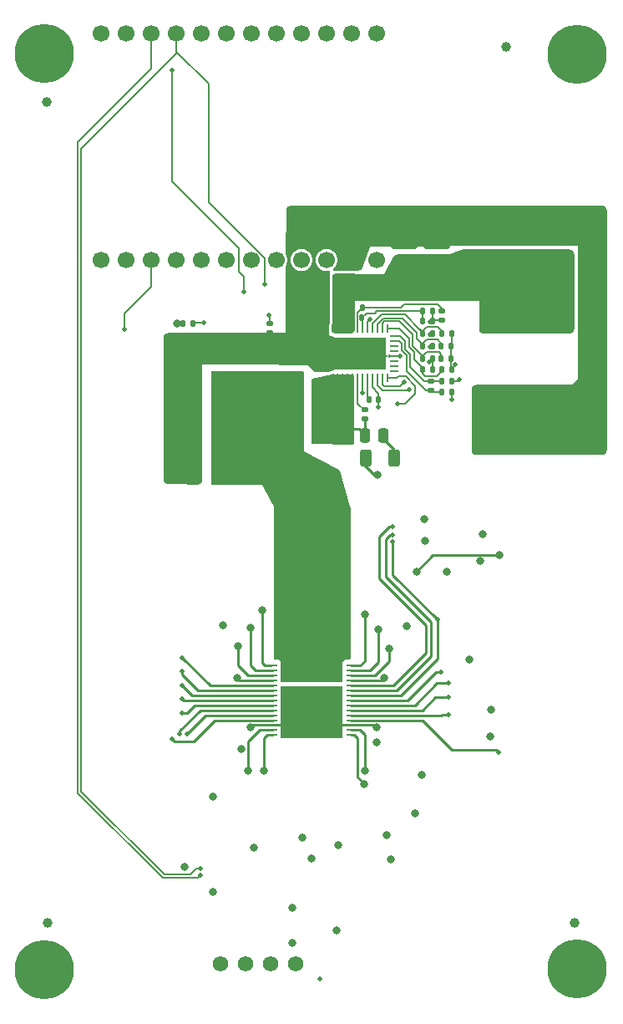
<source format=gbl>
G04 #@! TF.GenerationSoftware,KiCad,Pcbnew,8.0.4*
G04 #@! TF.CreationDate,2025-01-19T11:33:19+01:00*
G04 #@! TF.ProjectId,nerdaxe-gamma,6e657264-6178-4652-9d67-616d6d612e6b,rev?*
G04 #@! TF.SameCoordinates,Original*
G04 #@! TF.FileFunction,Copper,L4,Bot*
G04 #@! TF.FilePolarity,Positive*
%FSLAX46Y46*%
G04 Gerber Fmt 4.6, Leading zero omitted, Abs format (unit mm)*
G04 Created by KiCad (PCBNEW 8.0.4) date 2025-01-19 11:33:19*
%MOMM*%
%LPD*%
G01*
G04 APERTURE LIST*
G04 Aperture macros list*
%AMRoundRect*
0 Rectangle with rounded corners*
0 $1 Rounding radius*
0 $2 $3 $4 $5 $6 $7 $8 $9 X,Y pos of 4 corners*
0 Add a 4 corners polygon primitive as box body*
4,1,4,$2,$3,$4,$5,$6,$7,$8,$9,$2,$3,0*
0 Add four circle primitives for the rounded corners*
1,1,$1+$1,$2,$3*
1,1,$1+$1,$4,$5*
1,1,$1+$1,$6,$7*
1,1,$1+$1,$8,$9*
0 Add four rect primitives between the rounded corners*
20,1,$1+$1,$2,$3,$4,$5,0*
20,1,$1+$1,$4,$5,$6,$7,0*
20,1,$1+$1,$6,$7,$8,$9,0*
20,1,$1+$1,$8,$9,$2,$3,0*%
G04 Aperture macros list end*
G04 #@! TA.AperFunction,EtchedComponent*
%ADD10C,0.000100*%
G04 #@! TD*
G04 #@! TA.AperFunction,ComponentPad*
%ADD11C,0.800000*%
G04 #@! TD*
G04 #@! TA.AperFunction,ComponentPad*
%ADD12C,6.000000*%
G04 #@! TD*
G04 #@! TA.AperFunction,SMDPad,CuDef*
%ADD13RoundRect,0.250000X0.325000X0.650000X-0.325000X0.650000X-0.325000X-0.650000X0.325000X-0.650000X0*%
G04 #@! TD*
G04 #@! TA.AperFunction,SMDPad,CuDef*
%ADD14RoundRect,0.250000X0.475000X-0.250000X0.475000X0.250000X-0.475000X0.250000X-0.475000X-0.250000X0*%
G04 #@! TD*
G04 #@! TA.AperFunction,ComponentPad*
%ADD15C,1.574800*%
G04 #@! TD*
G04 #@! TA.AperFunction,SMDPad,CuDef*
%ADD16RoundRect,0.140000X0.140000X0.170000X-0.140000X0.170000X-0.140000X-0.170000X0.140000X-0.170000X0*%
G04 #@! TD*
G04 #@! TA.AperFunction,SMDPad,CuDef*
%ADD17R,0.250000X0.250000*%
G04 #@! TD*
G04 #@! TA.AperFunction,ComponentPad*
%ADD18C,1.700000*%
G04 #@! TD*
G04 #@! TA.AperFunction,SMDPad,CuDef*
%ADD19RoundRect,0.250000X-0.312500X-0.625000X0.312500X-0.625000X0.312500X0.625000X-0.312500X0.625000X0*%
G04 #@! TD*
G04 #@! TA.AperFunction,SMDPad,CuDef*
%ADD20RoundRect,0.140000X-0.170000X0.140000X-0.170000X-0.140000X0.170000X-0.140000X0.170000X0.140000X0*%
G04 #@! TD*
G04 #@! TA.AperFunction,SMDPad,CuDef*
%ADD21RoundRect,0.135000X0.135000X0.185000X-0.135000X0.185000X-0.135000X-0.185000X0.135000X-0.185000X0*%
G04 #@! TD*
G04 #@! TA.AperFunction,SMDPad,CuDef*
%ADD22RoundRect,0.135000X-0.135000X-0.185000X0.135000X-0.185000X0.135000X0.185000X-0.135000X0.185000X0*%
G04 #@! TD*
G04 #@! TA.AperFunction,SMDPad,CuDef*
%ADD23RoundRect,0.250000X0.650000X-1.000000X0.650000X1.000000X-0.650000X1.000000X-0.650000X-1.000000X0*%
G04 #@! TD*
G04 #@! TA.AperFunction,SMDPad,CuDef*
%ADD24C,1.000000*%
G04 #@! TD*
G04 #@! TA.AperFunction,SMDPad,CuDef*
%ADD25RoundRect,0.250000X1.100000X-0.325000X1.100000X0.325000X-1.100000X0.325000X-1.100000X-0.325000X0*%
G04 #@! TD*
G04 #@! TA.AperFunction,SMDPad,CuDef*
%ADD26RoundRect,0.140000X-0.140000X-0.170000X0.140000X-0.170000X0.140000X0.170000X-0.140000X0.170000X0*%
G04 #@! TD*
G04 #@! TA.AperFunction,SMDPad,CuDef*
%ADD27RoundRect,0.055250X0.340750X0.055250X-0.340750X0.055250X-0.340750X-0.055250X0.340750X-0.055250X0*%
G04 #@! TD*
G04 #@! TA.AperFunction,SMDPad,CuDef*
%ADD28R,6.330000X2.000000*%
G04 #@! TD*
G04 #@! TA.AperFunction,SMDPad,CuDef*
%ADD29R,6.330000X5.300000*%
G04 #@! TD*
G04 #@! TA.AperFunction,SMDPad,CuDef*
%ADD30RoundRect,0.140000X0.170000X-0.140000X0.170000X0.140000X-0.170000X0.140000X-0.170000X-0.140000X0*%
G04 #@! TD*
G04 #@! TA.AperFunction,SMDPad,CuDef*
%ADD31RoundRect,0.220000X-0.880000X0.880000X-0.880000X-0.880000X0.880000X-0.880000X0.880000X0.880000X0*%
G04 #@! TD*
G04 #@! TA.AperFunction,SMDPad,CuDef*
%ADD32R,4.000000X2.600000*%
G04 #@! TD*
G04 #@! TA.AperFunction,SMDPad,CuDef*
%ADD33RoundRect,0.062500X0.062500X-0.337500X0.062500X0.337500X-0.062500X0.337500X-0.062500X-0.337500X0*%
G04 #@! TD*
G04 #@! TA.AperFunction,SMDPad,CuDef*
%ADD34RoundRect,0.062500X0.337500X-0.062500X0.337500X0.062500X-0.337500X0.062500X-0.337500X-0.062500X0*%
G04 #@! TD*
G04 #@! TA.AperFunction,ComponentPad*
%ADD35C,0.400000*%
G04 #@! TD*
G04 #@! TA.AperFunction,SMDPad,CuDef*
%ADD36R,5.300000X3.300000*%
G04 #@! TD*
G04 #@! TA.AperFunction,SMDPad,CuDef*
%ADD37RoundRect,0.250000X0.250000X0.475000X-0.250000X0.475000X-0.250000X-0.475000X0.250000X-0.475000X0*%
G04 #@! TD*
G04 #@! TA.AperFunction,ViaPad*
%ADD38C,0.800000*%
G04 #@! TD*
G04 #@! TA.AperFunction,ViaPad*
%ADD39C,1.000000*%
G04 #@! TD*
G04 #@! TA.AperFunction,ViaPad*
%ADD40C,0.500000*%
G04 #@! TD*
G04 #@! TA.AperFunction,Conductor*
%ADD41C,0.254000*%
G04 #@! TD*
G04 #@! TA.AperFunction,Conductor*
%ADD42C,0.200000*%
G04 #@! TD*
G04 #@! TA.AperFunction,Conductor*
%ADD43C,1.500000*%
G04 #@! TD*
G04 APERTURE END LIST*
D10*
X113345500Y-81792000D02*
X113415500Y-81792000D01*
X113415500Y-81542000D01*
X113345500Y-81542000D01*
X113345500Y-81792000D01*
G04 #@! TA.AperFunction,EtchedComponent*
G36*
X113345500Y-81792000D02*
G01*
X113415500Y-81792000D01*
X113415500Y-81542000D01*
X113345500Y-81542000D01*
X113345500Y-81792000D01*
G37*
G04 #@! TD.AperFunction*
D11*
X130250000Y-51120990D03*
X130909010Y-49530000D03*
X130909010Y-52711980D03*
X132500000Y-48870990D03*
D12*
X132500000Y-51120990D03*
D11*
X132500000Y-53370990D03*
X134090990Y-49530000D03*
X134090990Y-52711980D03*
X134750000Y-51120990D03*
X130250000Y-143728000D03*
X130909010Y-142137010D03*
X130909010Y-145318990D03*
X132500000Y-141478000D03*
D12*
X132500000Y-143728000D03*
D11*
X132500000Y-145978000D03*
X134090990Y-142137010D03*
X134090990Y-145318990D03*
X134750000Y-143728000D03*
X76250000Y-143855000D03*
X76909010Y-142264010D03*
X76909010Y-145445990D03*
X78500000Y-141605000D03*
D12*
X78500000Y-143855000D03*
D11*
X78500000Y-146105000D03*
X80090990Y-142264010D03*
X80090990Y-145445990D03*
X80750000Y-143855000D03*
X76250000Y-51054000D03*
X76909010Y-49463010D03*
X76909010Y-52644990D03*
X78500000Y-48804000D03*
D12*
X78500000Y-51054000D03*
D11*
X78500000Y-53304000D03*
X80090990Y-49463010D03*
X80090990Y-52644990D03*
X80750000Y-51054000D03*
D13*
X96635000Y-84328000D03*
X93685000Y-84328000D03*
D14*
X103710000Y-83687000D03*
X103710000Y-81787000D03*
D15*
X96382400Y-143240851D03*
X98922400Y-143240851D03*
X101462400Y-143240851D03*
X104002400Y-143240851D03*
D16*
X107980000Y-76708000D03*
X107020000Y-76708000D03*
D17*
X113535000Y-81667000D03*
X113225000Y-81667000D03*
D18*
X84250000Y-71942000D03*
X86790000Y-71942000D03*
X89330000Y-71942000D03*
X91870000Y-71942000D03*
X94410000Y-71942000D03*
X96950000Y-71942000D03*
X99490000Y-71942000D03*
X102030000Y-71942000D03*
X104570000Y-71942000D03*
X107110000Y-71942000D03*
X109650000Y-71942000D03*
X112190000Y-71942000D03*
X112190000Y-49022000D03*
X109650000Y-49022000D03*
X107110000Y-49022000D03*
X104570000Y-49022000D03*
X102030000Y-49022000D03*
X99490000Y-49022000D03*
X96950000Y-49022000D03*
X94410000Y-49022000D03*
X91870000Y-49022000D03*
X89330000Y-49022000D03*
X86790000Y-49022000D03*
X84250000Y-49022000D03*
D19*
X111057500Y-92037000D03*
X113982500Y-92037000D03*
D20*
X117718000Y-84229000D03*
X117718000Y-85189000D03*
D14*
X99490000Y-83707000D03*
X99490000Y-81807000D03*
D21*
X119763000Y-83058000D03*
X118743000Y-83058000D03*
D22*
X116846000Y-77089000D03*
X117866000Y-77089000D03*
X109680000Y-76757000D03*
X110700000Y-76757000D03*
D13*
X96598000Y-89916000D03*
X93648000Y-89916000D03*
D23*
X121920000Y-72580000D03*
X121920000Y-68580000D03*
D24*
X132260000Y-139060000D03*
D14*
X101590000Y-83687000D03*
X101590000Y-81787000D03*
D20*
X101320000Y-78387000D03*
X101320000Y-79347000D03*
D21*
X119771000Y-79375000D03*
X118751000Y-79375000D03*
D25*
X114935000Y-73198000D03*
X114935000Y-70248000D03*
D16*
X107980000Y-77827000D03*
X107020000Y-77827000D03*
D22*
X116828000Y-81915000D03*
X117848000Y-81915000D03*
D20*
X110970000Y-87107000D03*
X110970000Y-88067000D03*
D26*
X116868000Y-78105000D03*
X117828000Y-78105000D03*
D21*
X117858000Y-83058000D03*
X116838000Y-83058000D03*
D22*
X116838000Y-79375000D03*
X117858000Y-79375000D03*
D27*
X109526562Y-113032000D03*
X109526562Y-113534000D03*
X109526562Y-114036000D03*
X109526562Y-114538000D03*
X109526562Y-115040000D03*
X109526562Y-115542000D03*
X109526562Y-116044000D03*
X109526562Y-116546000D03*
X109526562Y-117048000D03*
X109526562Y-117550000D03*
X109526562Y-118052000D03*
X109526562Y-118554000D03*
X109526562Y-119056000D03*
X109526562Y-119558000D03*
X109526562Y-120060000D03*
X101694562Y-120060000D03*
X101694562Y-119558000D03*
X101694562Y-119056000D03*
X101694562Y-118554000D03*
X101694562Y-118052000D03*
X101694562Y-117550000D03*
X101694562Y-117048000D03*
X101694562Y-116546000D03*
X101694562Y-116044000D03*
X101694562Y-115542000D03*
X101694562Y-115040000D03*
X101694562Y-114538000D03*
X101694562Y-114036000D03*
X101694562Y-113534000D03*
X101694562Y-113032000D03*
D28*
X105610562Y-113676000D03*
D29*
X105610562Y-117786000D03*
D22*
X109670000Y-77817000D03*
X110690000Y-77817000D03*
D13*
X96635000Y-86995000D03*
X93685000Y-86995000D03*
D21*
X119758000Y-80645000D03*
X118738000Y-80645000D03*
D16*
X107960000Y-75565000D03*
X107000000Y-75565000D03*
D24*
X78850000Y-139070000D03*
D22*
X118748000Y-85344000D03*
X119768000Y-85344000D03*
D30*
X118753000Y-78077000D03*
X118753000Y-77117000D03*
D31*
X130810000Y-77939000D03*
X124610000Y-77939000D03*
X130810000Y-88939000D03*
X124610000Y-88939000D03*
D32*
X107775000Y-89082000D03*
X99825000Y-89082000D03*
D13*
X96655000Y-92583000D03*
X93705000Y-92583000D03*
D26*
X111420000Y-86047000D03*
X112380000Y-86047000D03*
D21*
X93590000Y-78337000D03*
X92570000Y-78337000D03*
D33*
X113240000Y-83917000D03*
X112740000Y-83917000D03*
X112240000Y-83917000D03*
X111740000Y-83917000D03*
X111240000Y-83917000D03*
X110740000Y-83917000D03*
X110240000Y-83917000D03*
X109740000Y-83917000D03*
X109240000Y-83917000D03*
X108740000Y-83917000D03*
X108240000Y-83917000D03*
X107740000Y-83917000D03*
D34*
X106990000Y-83167000D03*
X106990000Y-82667000D03*
X106990000Y-82167000D03*
X106990000Y-81667000D03*
X106990000Y-81167000D03*
X106990000Y-80667000D03*
X106990000Y-80167000D03*
X106990000Y-79667000D03*
D33*
X107740000Y-78917000D03*
X108240000Y-78917000D03*
X108740000Y-78917000D03*
X109240000Y-78917000D03*
X109740000Y-78917000D03*
X110240000Y-78917000D03*
X110740000Y-78917000D03*
X111240000Y-78917000D03*
X111740000Y-78917000D03*
X112240000Y-78917000D03*
X112740000Y-78917000D03*
X113240000Y-78917000D03*
D34*
X113990000Y-79667000D03*
X113990000Y-80167000D03*
X113990000Y-80667000D03*
X113990000Y-81167000D03*
X113990000Y-81667000D03*
X113990000Y-82167000D03*
X113990000Y-82667000D03*
X113990000Y-83167000D03*
D35*
X109090000Y-82697000D03*
X110490000Y-82697000D03*
X111890000Y-82697000D03*
X108090000Y-81417000D03*
X109090000Y-81417000D03*
X110490000Y-81417000D03*
D36*
X110490000Y-81417000D03*
D35*
X111890000Y-81417000D03*
X112890000Y-81417000D03*
X109090000Y-80137000D03*
X110490000Y-80137000D03*
X111890000Y-80137000D03*
D25*
X118237000Y-73198000D03*
X118237000Y-70248000D03*
D21*
X119758000Y-81915000D03*
X118738000Y-81915000D03*
D24*
X125270000Y-50310000D03*
D22*
X116828000Y-80645000D03*
X117848000Y-80645000D03*
D37*
X112880000Y-89687000D03*
X110980000Y-89687000D03*
D24*
X78750000Y-55900000D03*
D21*
X119768000Y-84201000D03*
X118748000Y-84201000D03*
D37*
X108519000Y-74041000D03*
X106619000Y-74041000D03*
D38*
X105610000Y-116830000D03*
X112180000Y-119260000D03*
X113580000Y-132650000D03*
X98050000Y-114260000D03*
X104490000Y-118700000D03*
D39*
X119126000Y-68802000D03*
D38*
X112180000Y-120800000D03*
D40*
X119761000Y-86106000D03*
D38*
X106740000Y-119930000D03*
D39*
X113665000Y-68802000D03*
D38*
X106740000Y-118720000D03*
X104640000Y-130470000D03*
X105540000Y-132550000D03*
D39*
X115005332Y-67405000D03*
D38*
X116770000Y-124080000D03*
X106740000Y-117780000D03*
X104490000Y-117760000D03*
X105630000Y-118700000D03*
D39*
X92202000Y-88519000D03*
D38*
X115260000Y-109040000D03*
X123750000Y-117530000D03*
D39*
X92202000Y-93599000D03*
D38*
X106740000Y-116860000D03*
X105620000Y-82057000D03*
X103604000Y-137538000D03*
X116050000Y-128010000D03*
D39*
X92202000Y-91059000D03*
D38*
X104490000Y-119910000D03*
D39*
X117729000Y-68802000D03*
D38*
X112980000Y-114270000D03*
X105537000Y-75438000D03*
X112280000Y-93737000D03*
X117090000Y-100360000D03*
D39*
X117729000Y-67405000D03*
D38*
X121580000Y-112400000D03*
D39*
X92210000Y-83058000D03*
X113665000Y-67405000D03*
D38*
X122640000Y-102460000D03*
X103604000Y-141088000D03*
X113180000Y-130220000D03*
X119280000Y-103505000D03*
X99370000Y-119240000D03*
D39*
X116372000Y-68805000D03*
X119126000Y-67405000D03*
D38*
X123710000Y-120230000D03*
X96600000Y-108920000D03*
X104490000Y-115746000D03*
X105664000Y-76835000D03*
X103580000Y-80447000D03*
X105610000Y-80457000D03*
X104648000Y-74168000D03*
X98440000Y-121490000D03*
X92680000Y-133370000D03*
D40*
X126619000Y-89154000D03*
X106426000Y-144780000D03*
D38*
X104490000Y-116840000D03*
X99510000Y-80427000D03*
D39*
X115045332Y-68805000D03*
X92202000Y-85725000D03*
D38*
X106740000Y-115766000D03*
X116990000Y-98200000D03*
D39*
X116332000Y-67405000D03*
D38*
X101500000Y-80427000D03*
X105610000Y-78747000D03*
X107569000Y-99060000D03*
X102489000Y-97790000D03*
X105029000Y-101600000D03*
X102489000Y-100330000D03*
D40*
X120523000Y-84074000D03*
X96635000Y-88380000D03*
D38*
X108839000Y-101600000D03*
X106299000Y-100330000D03*
X106299000Y-99060000D03*
X103759000Y-97790000D03*
D40*
X86614000Y-78994000D03*
D38*
X103759000Y-100330000D03*
D40*
X104290000Y-84847000D03*
D38*
X102489000Y-101600000D03*
X103759000Y-102870000D03*
X105029000Y-100330000D03*
X108839000Y-100330000D03*
X102489000Y-99060000D03*
X107569000Y-101600000D03*
X106299000Y-101600000D03*
X107569000Y-102870000D03*
X108839000Y-99060000D03*
X107569000Y-100330000D03*
X105029000Y-97790000D03*
X108839000Y-97790000D03*
X107569000Y-97790000D03*
X103759000Y-101600000D03*
X108839000Y-102870000D03*
X105029000Y-99060000D03*
X102489000Y-102870000D03*
X103759000Y-99060000D03*
X106299000Y-97790000D03*
D40*
X126619000Y-78486000D03*
X121920000Y-74549000D03*
X124079000Y-74549000D03*
D38*
X108290000Y-131179000D03*
X99710000Y-131420000D03*
X108077000Y-139836400D03*
X91910000Y-78347000D03*
X95550000Y-135970000D03*
X122930000Y-99700000D03*
X95560000Y-126330000D03*
D40*
X94317599Y-134229617D03*
X115443000Y-85090000D03*
X91440000Y-52705000D03*
X98679000Y-75184000D03*
X120142000Y-82550000D03*
X112380000Y-86807000D03*
X111500000Y-77937000D03*
X101250000Y-77567000D03*
X114300000Y-86487000D03*
X94660000Y-78317000D03*
X114935000Y-84328000D03*
X94340000Y-133580000D03*
X100838000Y-74422000D03*
D38*
X100770000Y-123700000D03*
X99180000Y-123710000D03*
D40*
X119430000Y-116250000D03*
X119420000Y-118020000D03*
X124540000Y-121820000D03*
X92180000Y-119960000D03*
X92940000Y-119930000D03*
X117483000Y-82296000D03*
X117602000Y-80772000D03*
X117602000Y-78232000D03*
X114515000Y-81667000D03*
X117602000Y-79502000D03*
X110740000Y-85377000D03*
D38*
X113470000Y-111290000D03*
X110950000Y-124990000D03*
X124600000Y-101830000D03*
X116205000Y-103505000D03*
X110970000Y-123700000D03*
X112390000Y-109350000D03*
X111030000Y-107870000D03*
X100553800Y-107457400D03*
X99360000Y-109210000D03*
X98140000Y-111060000D03*
D40*
X119420000Y-114790000D03*
X113800000Y-98950000D03*
X113770000Y-99770000D03*
X113830000Y-100500000D03*
X118320000Y-108370000D03*
X118740000Y-113660000D03*
X92480000Y-112210000D03*
X92480000Y-113611428D03*
X92480000Y-115012856D03*
X92480000Y-116414284D03*
X92480000Y-117815712D03*
X91400000Y-120430000D03*
D41*
X112712000Y-114538000D02*
X109526562Y-114538000D01*
X100051000Y-114541000D02*
X100054000Y-114538000D01*
X112980000Y-114270000D02*
X112712000Y-114538000D01*
D42*
X119768000Y-86099000D02*
X119761000Y-86106000D01*
D41*
X99370000Y-119240000D02*
X99554000Y-119056000D01*
X100054000Y-114538000D02*
X101694562Y-114538000D01*
D42*
X119768000Y-85344000D02*
X119768000Y-86099000D01*
D41*
X112180000Y-119260000D02*
X111976000Y-119056000D01*
X112280000Y-93737000D02*
X111957500Y-93737000D01*
X98331000Y-114541000D02*
X100051000Y-114541000D01*
X111957500Y-93737000D02*
X110887500Y-92667000D01*
X111976000Y-119056000D02*
X108526562Y-119056000D01*
X98050000Y-114260000D02*
X98331000Y-114541000D01*
X99554000Y-119056000D02*
X102683562Y-119056000D01*
D42*
X119768000Y-84201000D02*
X120396000Y-84201000D01*
X96647000Y-88392000D02*
X96635000Y-88380000D01*
X99825000Y-89082000D02*
X98722000Y-89082000D01*
X99825000Y-89082000D02*
X97432000Y-89082000D01*
D41*
X102690562Y-114040000D02*
X102694562Y-114036000D01*
D42*
X96647000Y-94234000D02*
X96655000Y-94226000D01*
X98722000Y-89082000D02*
X96635000Y-86995000D01*
X97432000Y-89082000D02*
X96598000Y-89916000D01*
X120396000Y-84201000D02*
X120523000Y-84074000D01*
X96635000Y-86995000D02*
X96635000Y-88380000D01*
X86614000Y-78994000D02*
X86614000Y-77343000D01*
X89330000Y-74627000D02*
X89330000Y-71942000D01*
X86614000Y-77343000D02*
X89330000Y-74627000D01*
D43*
X124079000Y-74549000D02*
X121920000Y-74549000D01*
D41*
X91920000Y-78337000D02*
X91910000Y-78347000D01*
X92570000Y-78337000D02*
X91920000Y-78337000D01*
D42*
X115386000Y-85147000D02*
X112760000Y-85147000D01*
X91440000Y-64008000D02*
X91440000Y-52705000D01*
X89330000Y-52529000D02*
X89330000Y-49022000D01*
X98679000Y-73660000D02*
X98171000Y-73152000D01*
X81890000Y-125920000D02*
X81890000Y-59969000D01*
X98679000Y-75184000D02*
X98679000Y-73660000D01*
X90490000Y-134520000D02*
X81890000Y-125920000D01*
X115443000Y-85090000D02*
X115386000Y-85147000D01*
X98171000Y-73152000D02*
X98171000Y-70739000D01*
X112760000Y-85147000D02*
X112240000Y-84627000D01*
X112240000Y-84627000D02*
X112240000Y-83917000D01*
X94027216Y-134520000D02*
X90490000Y-134520000D01*
X94317599Y-134229617D02*
X94027216Y-134520000D01*
X98171000Y-70739000D02*
X91440000Y-64008000D01*
X81890000Y-59969000D02*
X89330000Y-52529000D01*
D41*
X110960000Y-89667000D02*
X110980000Y-89687000D01*
X110960000Y-88177000D02*
X110960000Y-89667000D01*
D42*
X107790000Y-89097000D02*
X107775000Y-89082000D01*
X108080000Y-89387000D02*
X107775000Y-89082000D01*
D41*
X110980000Y-89687000D02*
X110375000Y-89082000D01*
X110375000Y-89082000D02*
X107775000Y-89082000D01*
D42*
X108270000Y-89577000D02*
X107775000Y-89082000D01*
D41*
X108120000Y-89427000D02*
X107775000Y-89082000D01*
D42*
X111240000Y-85867000D02*
X111420000Y-86047000D01*
X111240000Y-83917000D02*
X111240000Y-85867000D01*
X119763000Y-82929000D02*
X120142000Y-82550000D01*
X112380000Y-86807000D02*
X112380000Y-86047000D01*
X119763000Y-83058000D02*
X119763000Y-82929000D01*
X119771000Y-79375000D02*
X119771000Y-80505000D01*
X111740000Y-83917000D02*
X111740000Y-84847000D01*
X119758000Y-82791000D02*
X119771000Y-82804000D01*
X111740000Y-84847000D02*
X112380000Y-85487000D01*
X112380000Y-85487000D02*
X112380000Y-86047000D01*
X119771000Y-80505000D02*
X119758000Y-80518000D01*
X119758000Y-80381000D02*
X119758000Y-82791000D01*
X110240000Y-78917000D02*
X110218400Y-78895400D01*
X118753000Y-77244000D02*
X118753000Y-76835000D01*
X118753000Y-76835000D02*
X118372000Y-76454000D01*
X118372000Y-76454000D02*
X114935000Y-76454000D01*
X114632000Y-76757000D02*
X110700000Y-76757000D01*
X110218400Y-77238600D02*
X110700000Y-76757000D01*
X114935000Y-76454000D02*
X114632000Y-76757000D01*
X110218400Y-78895400D02*
X110218400Y-77238600D01*
X116876000Y-78232000D02*
X116876000Y-77119000D01*
X112218000Y-77089000D02*
X116711000Y-77089000D01*
X110740000Y-78917000D02*
X110740000Y-77867000D01*
X110740000Y-77867000D02*
X110690000Y-77817000D01*
X116876000Y-77119000D02*
X116846000Y-77089000D01*
X111170000Y-77337000D02*
X111970000Y-77337000D01*
X111970000Y-77337000D02*
X112218000Y-77089000D01*
X110690000Y-77817000D02*
X111170000Y-77337000D01*
X111240000Y-78917000D02*
X111240000Y-78197000D01*
X111240000Y-78197000D02*
X111500000Y-77937000D01*
X101250000Y-77567000D02*
X101320000Y-77637000D01*
X101320000Y-77637000D02*
X101320000Y-78387000D01*
X115062000Y-86487000D02*
X116078000Y-85471000D01*
X94660000Y-78317000D02*
X93610000Y-78317000D01*
X116078000Y-84709000D02*
X115116000Y-83747000D01*
X115116000Y-83747000D02*
X114370000Y-83747000D01*
X116078000Y-85471000D02*
X116078000Y-84709000D01*
X114200000Y-83917000D02*
X113240000Y-83917000D01*
X93610000Y-78317000D02*
X93590000Y-78337000D01*
X114300000Y-86487000D02*
X115062000Y-86487000D01*
X114370000Y-83747000D02*
X114200000Y-83917000D01*
X82230000Y-125780000D02*
X82230000Y-60645000D01*
X100838000Y-74422000D02*
X100838000Y-71802813D01*
X100838000Y-71802813D02*
X95123000Y-66087813D01*
X112902000Y-84709000D02*
X112740000Y-84547000D01*
X93900000Y-133580000D02*
X93280000Y-134200000D01*
X114808000Y-84455000D02*
X114554000Y-84709000D01*
X112740000Y-84547000D02*
X112740000Y-83917000D01*
X91870000Y-51005000D02*
X91870000Y-49022000D01*
X93280000Y-134200000D02*
X90650000Y-134200000D01*
X95123000Y-54102000D02*
X91870000Y-50849000D01*
X82230000Y-60645000D02*
X91870000Y-51005000D01*
X114808000Y-84455000D02*
X114935000Y-84328000D01*
X90650000Y-134200000D02*
X82230000Y-125780000D01*
X114554000Y-84709000D02*
X112902000Y-84709000D01*
X94340000Y-133580000D02*
X93900000Y-133580000D01*
X91870000Y-50849000D02*
X91870000Y-49022000D01*
X95123000Y-66087813D02*
X95123000Y-54102000D01*
X110240000Y-83917000D02*
X110240000Y-86497000D01*
X110240000Y-86497000D02*
X110960000Y-87217000D01*
X115570000Y-81544000D02*
X115062000Y-81036000D01*
X118748000Y-84201000D02*
X117817000Y-84201000D01*
X115570000Y-82804000D02*
X115570000Y-81544000D01*
X115062000Y-80139000D02*
X114590000Y-79667000D01*
X114590000Y-79667000D02*
X113990000Y-79667000D01*
X116995000Y-84229000D02*
X115570000Y-82804000D01*
X115062000Y-81036000D02*
X115062000Y-80139000D01*
X117718000Y-84229000D02*
X116995000Y-84229000D01*
X115189000Y-81633893D02*
X115189000Y-83185000D01*
X117873000Y-85344000D02*
X117718000Y-85189000D01*
X114681000Y-80378000D02*
X114681000Y-81125893D01*
X114470000Y-80167000D02*
X114681000Y-80378000D01*
X113990000Y-80167000D02*
X114470000Y-80167000D01*
X118748000Y-85344000D02*
X117873000Y-85344000D01*
X117193000Y-85189000D02*
X117718000Y-85189000D01*
X114681000Y-81125893D02*
X115189000Y-81633893D01*
X115189000Y-83185000D02*
X117193000Y-85189000D01*
D41*
X100760000Y-123690000D02*
X100760000Y-120410000D01*
X100760000Y-120410000D02*
X101110000Y-120060000D01*
X100770000Y-123700000D02*
X100760000Y-123690000D01*
X101110000Y-120060000D02*
X101694562Y-120060000D01*
X99180000Y-123710000D02*
X99180000Y-120670000D01*
X100292000Y-119558000D02*
X101697438Y-119558000D01*
X99180000Y-120670000D02*
X100292000Y-119558000D01*
D42*
X115951000Y-82044000D02*
X116711000Y-82804000D01*
X116838000Y-83437000D02*
X117094000Y-83693000D01*
X115951000Y-81280000D02*
X115951000Y-82044000D01*
X114428400Y-78907000D02*
X114428400Y-78911926D01*
X113250000Y-78907000D02*
X114428400Y-78907000D01*
X113240000Y-78917000D02*
X113250000Y-78907000D01*
X115443000Y-80772000D02*
X115951000Y-81280000D01*
X118237000Y-83693000D02*
X118743000Y-83187000D01*
X114428400Y-78911926D02*
X115443000Y-79926526D01*
X116838000Y-83041000D02*
X116838000Y-83437000D01*
X118743000Y-83187000D02*
X118743000Y-83058000D01*
X115443000Y-79926526D02*
X115443000Y-80772000D01*
X117094000Y-83693000D02*
X118237000Y-83693000D01*
X115062000Y-77470000D02*
X112674107Y-77470000D01*
X116838000Y-79122000D02*
X116838000Y-79375000D01*
X118751000Y-79375000D02*
X118751000Y-79504000D01*
X118751000Y-79375000D02*
X118751000Y-79127000D01*
X116838000Y-79375000D02*
X116838000Y-79246000D01*
X116838000Y-79492000D02*
X116838000Y-79375000D01*
X118751000Y-79127000D02*
X118364000Y-78740000D01*
X116703000Y-79111000D02*
X115062000Y-77470000D01*
X112674107Y-77470000D02*
X111740000Y-78404107D01*
X117220000Y-78740000D02*
X116838000Y-79122000D01*
X118364000Y-78740000D02*
X117220000Y-78740000D01*
X116838000Y-79246000D02*
X116586000Y-78994000D01*
X111740000Y-78404107D02*
X111740000Y-78917000D01*
X112950000Y-78147000D02*
X112740000Y-78357000D01*
X114469000Y-78147000D02*
X112950000Y-78147000D01*
X117221000Y-81280000D02*
X117094000Y-81407000D01*
X115824000Y-80645000D02*
X115824000Y-79502000D01*
X117070000Y-81407000D02*
X116828000Y-81649000D01*
X117094000Y-81407000D02*
X117070000Y-81407000D01*
X118491000Y-81280000D02*
X117221000Y-81280000D01*
X116828000Y-81915000D02*
X116828000Y-81649000D01*
X115824000Y-79502000D02*
X114469000Y-78147000D01*
X118738000Y-81527000D02*
X118491000Y-81280000D01*
X118738000Y-81915000D02*
X118738000Y-81527000D01*
X116828000Y-81649000D02*
X115824000Y-80645000D01*
X112740000Y-78357000D02*
X112740000Y-78917000D01*
X118738000Y-80384000D02*
X118364000Y-80010000D01*
X116231400Y-79274400D02*
X114802400Y-77845400D01*
X118738000Y-80645000D02*
X118738000Y-80384000D01*
X116231400Y-79921400D02*
X116231400Y-79274400D01*
X112240000Y-78430474D02*
X112240000Y-78917000D01*
X114802400Y-77845400D02*
X112825074Y-77845400D01*
X116828000Y-80403000D02*
X116828000Y-80645000D01*
X117221000Y-80010000D02*
X116828000Y-80403000D01*
X112825074Y-77845400D02*
X112240000Y-78430474D01*
X118364000Y-80010000D02*
X117221000Y-80010000D01*
X116828000Y-80518000D02*
X116231400Y-79921400D01*
D41*
X116820000Y-117550000D02*
X109526562Y-117550000D01*
X118120000Y-116250000D02*
X116820000Y-117550000D01*
X119430000Y-116250000D02*
X118120000Y-116250000D01*
X118772000Y-118052000D02*
X109526562Y-118052000D01*
X118804000Y-118020000D02*
X118772000Y-118052000D01*
X119420000Y-118020000D02*
X118804000Y-118020000D01*
X116834000Y-118554000D02*
X109526562Y-118554000D01*
X124540000Y-121820000D02*
X124250000Y-121530000D01*
X124250000Y-121530000D02*
X119810000Y-121530000D01*
X119810000Y-121530000D02*
X116834000Y-118554000D01*
X92180000Y-119960000D02*
X92180000Y-119640000D01*
X94280000Y-117550000D02*
X101694562Y-117550000D01*
X94275000Y-117545000D02*
X94280000Y-117550000D01*
X92180000Y-119640000D02*
X94275000Y-117545000D01*
X92940000Y-119930000D02*
X94825000Y-118045000D01*
X94825000Y-118045000D02*
X94832000Y-118052000D01*
X94832000Y-118052000D02*
X101694562Y-118052000D01*
D42*
X117848000Y-81788000D02*
X117848000Y-83048000D01*
X114515000Y-81667000D02*
X113990000Y-81667000D01*
X117483000Y-82169000D02*
X117836000Y-81816000D01*
X117729000Y-80645000D02*
X117848000Y-80645000D01*
X117828000Y-78105000D02*
X117866000Y-78067000D01*
X117602000Y-80772000D02*
X117729000Y-80645000D01*
X117858000Y-83058000D02*
X117858000Y-82797527D01*
X117729000Y-78105000D02*
X117602000Y-78232000D01*
X117729000Y-79375000D02*
X117602000Y-79502000D01*
X118626000Y-78077000D02*
X117856000Y-78077000D01*
X117848000Y-83048000D02*
X117858000Y-83058000D01*
X117483000Y-82296000D02*
X117483000Y-82169000D01*
X117866000Y-78067000D02*
X117866000Y-77089000D01*
X117828000Y-78105000D02*
X117729000Y-78105000D01*
X117856000Y-78077000D02*
X117828000Y-78105000D01*
X117729000Y-79375000D02*
X117475000Y-79629000D01*
X118753000Y-78204000D02*
X118626000Y-78077000D01*
X117858000Y-79375000D02*
X117729000Y-79375000D01*
X110740000Y-83917000D02*
X110740000Y-85377000D01*
D41*
X112880000Y-89687000D02*
X112880000Y-90067000D01*
X112880000Y-90067000D02*
X113982500Y-91169500D01*
X113982500Y-91169500D02*
X113982500Y-92037000D01*
X110571000Y-114039000D02*
X110568000Y-114036000D01*
X113470000Y-112590000D02*
X112021000Y-114039000D01*
X110568000Y-114036000D02*
X109526562Y-114036000D01*
X112021000Y-114039000D02*
X110571000Y-114039000D01*
X113470000Y-111290000D02*
X113470000Y-112590000D01*
X116205000Y-103505000D02*
X117880000Y-101830000D01*
X110200000Y-120330000D02*
X109930000Y-120060000D01*
X110200000Y-124240000D02*
X110200000Y-120330000D01*
X124520000Y-101750000D02*
X124600000Y-101830000D01*
X109930000Y-120060000D02*
X109526562Y-120060000D01*
X117880000Y-101830000D02*
X124600000Y-101830000D01*
X110950000Y-124990000D02*
X110200000Y-124240000D01*
X110970000Y-123700000D02*
X110970000Y-120070000D01*
X110970000Y-120070000D02*
X110458000Y-119558000D01*
X110458000Y-119558000D02*
X109526562Y-119558000D01*
X112380000Y-109360000D02*
X112380000Y-112680000D01*
X111526000Y-113534000D02*
X109526562Y-113534000D01*
X112390000Y-109350000D02*
X112380000Y-109360000D01*
X112380000Y-112680000D02*
X111526000Y-113534000D01*
X111030000Y-107870000D02*
X111000000Y-107900000D01*
X110528000Y-113032000D02*
X109526562Y-113032000D01*
X111000000Y-112560000D02*
X110528000Y-113032000D01*
X111000000Y-107900000D02*
X111000000Y-112560000D01*
X100540000Y-112750000D02*
X100822000Y-113032000D01*
X100553800Y-107457400D02*
X100540000Y-107471200D01*
X100822000Y-113032000D02*
X101522000Y-113032000D01*
X100540000Y-107471200D02*
X100540000Y-112750000D01*
X99360000Y-109210000D02*
X99360000Y-112970000D01*
X99927000Y-113537000D02*
X99930000Y-113534000D01*
X99360000Y-112970000D02*
X99927000Y-113537000D01*
X99930000Y-113534000D02*
X101694562Y-113534000D01*
X100704000Y-114036000D02*
X101694562Y-114036000D01*
X100700000Y-114040000D02*
X100704000Y-114036000D01*
X99150000Y-114040000D02*
X100700000Y-114040000D01*
X98140000Y-111060000D02*
X98140000Y-113030000D01*
X98140000Y-113030000D02*
X99150000Y-114040000D01*
X119420000Y-114790000D02*
X118310000Y-114790000D01*
X116052000Y-117048000D02*
X109526562Y-117048000D01*
X118310000Y-114790000D02*
X116052000Y-117048000D01*
X113800000Y-98950000D02*
X113420000Y-98950000D01*
X113840000Y-115040000D02*
X109526562Y-115040000D01*
X117140000Y-108980000D02*
X117140000Y-111740000D01*
X117140000Y-111740000D02*
X113840000Y-115040000D01*
X112400000Y-99970000D02*
X112400000Y-104240000D01*
X113420000Y-98950000D02*
X112400000Y-99970000D01*
X112400000Y-104240000D02*
X117140000Y-108980000D01*
X117710000Y-108640000D02*
X117710000Y-112030000D01*
X113520000Y-99770000D02*
X113110000Y-100180000D01*
X113770000Y-99770000D02*
X113520000Y-99770000D01*
X117710000Y-112030000D02*
X114198000Y-115542000D01*
X113110000Y-104040000D02*
X117710000Y-108640000D01*
X114198000Y-115542000D02*
X109526562Y-115542000D01*
X113110000Y-100180000D02*
X113110000Y-104040000D01*
X113830000Y-103880000D02*
X113830000Y-100500000D01*
X114636000Y-116044000D02*
X109526562Y-116044000D01*
X118320000Y-108370000D02*
X113830000Y-103880000D01*
X114636000Y-116044000D02*
X118320000Y-112360000D01*
X118320000Y-112360000D02*
X118320000Y-108370000D01*
X118740000Y-113660000D02*
X118220000Y-113660000D01*
X115334000Y-116546000D02*
X109526562Y-116546000D01*
X118220000Y-113660000D02*
X115334000Y-116546000D01*
X95310000Y-115040000D02*
X101694562Y-115040000D01*
X92480000Y-112210000D02*
X95310000Y-115040000D01*
X92480000Y-113611428D02*
X92480000Y-113930000D01*
X92480000Y-113930000D02*
X94092000Y-115542000D01*
X94092000Y-115542000D02*
X101694562Y-115542000D01*
X93511144Y-116044000D02*
X101694562Y-116044000D01*
X92480000Y-115012856D02*
X93511144Y-116044000D01*
X92611716Y-116546000D02*
X101694562Y-116546000D01*
X92480000Y-116414284D02*
X92611716Y-116546000D01*
X92480000Y-117815712D02*
X92974288Y-117815712D01*
X92974288Y-117815712D02*
X93742000Y-117048000D01*
X93742000Y-117048000D02*
X101694562Y-117048000D01*
X91650000Y-120680000D02*
X93610000Y-120680000D01*
X93610000Y-120680000D02*
X95736000Y-118554000D01*
X91400000Y-120430000D02*
X91650000Y-120680000D01*
X95736000Y-118554000D02*
X101694562Y-118554000D01*
G04 #@! TA.AperFunction,Conductor*
G36*
X104718039Y-83204685D02*
G01*
X104763794Y-83257489D01*
X104775000Y-83309000D01*
X104775000Y-91313000D01*
X108410172Y-93193261D01*
X108460675Y-93241545D01*
X108472575Y-93269836D01*
X109491882Y-96895000D01*
X109515371Y-96978536D01*
X109517637Y-96994969D01*
X101790000Y-96895000D01*
X101790000Y-96894999D01*
X101357002Y-96121996D01*
X100584000Y-94742000D01*
X100583999Y-94742000D01*
X95501000Y-94742000D01*
X95433961Y-94722315D01*
X95388206Y-94669511D01*
X95377000Y-94618000D01*
X95377000Y-83309000D01*
X95396685Y-83241961D01*
X95449489Y-83196206D01*
X95501000Y-83185000D01*
X104651000Y-83185000D01*
X104718039Y-83204685D01*
G37*
G04 #@! TD.AperFunction*
G04 #@! TA.AperFunction,Conductor*
G36*
X135012182Y-66421418D02*
G01*
X135132017Y-66437195D01*
X135144368Y-66440505D01*
X135253040Y-66485518D01*
X135264116Y-66491913D01*
X135357435Y-66563520D01*
X135366479Y-66572564D01*
X135438086Y-66665883D01*
X135444482Y-66676961D01*
X135489493Y-66785627D01*
X135492804Y-66797983D01*
X135508581Y-66917817D01*
X135509000Y-66924213D01*
X135509000Y-91190786D01*
X135508581Y-91197182D01*
X135492804Y-91317016D01*
X135489493Y-91329372D01*
X135444482Y-91438038D01*
X135438086Y-91449116D01*
X135366479Y-91542435D01*
X135357435Y-91551479D01*
X135264116Y-91623086D01*
X135253038Y-91629482D01*
X135144372Y-91674493D01*
X135132016Y-91677804D01*
X135012183Y-91693581D01*
X135005787Y-91694000D01*
X122296213Y-91694000D01*
X122289817Y-91693581D01*
X122169983Y-91677804D01*
X122157627Y-91674493D01*
X122048961Y-91629482D01*
X122037883Y-91623086D01*
X121944564Y-91551479D01*
X121935520Y-91542435D01*
X121863913Y-91449116D01*
X121857517Y-91438038D01*
X121812505Y-91329368D01*
X121809195Y-91317016D01*
X121793419Y-91197182D01*
X121793000Y-91190786D01*
X121793000Y-85085213D01*
X121793419Y-85078817D01*
X121809195Y-84958983D01*
X121812504Y-84946633D01*
X121857520Y-84837955D01*
X121863913Y-84826883D01*
X121935522Y-84733561D01*
X121944561Y-84724522D01*
X122037885Y-84652911D01*
X122048955Y-84646520D01*
X122157633Y-84601504D01*
X122169980Y-84598195D01*
X122289817Y-84582418D01*
X122296213Y-84582000D01*
X126168243Y-84582000D01*
X126175907Y-84582602D01*
X126219454Y-84589500D01*
X126219455Y-84589500D01*
X126400545Y-84589500D01*
X126400546Y-84589500D01*
X126444092Y-84582602D01*
X126451757Y-84582000D01*
X131777613Y-84582000D01*
X131953000Y-84582000D01*
X132588000Y-84074000D01*
X132588000Y-83947000D01*
X132588000Y-70485000D01*
X132088000Y-70485000D01*
X132087997Y-70485000D01*
X124208550Y-70485000D01*
X124208500Y-70485000D01*
X124206000Y-70485000D01*
X124206000Y-66421000D01*
X135005787Y-66421000D01*
X135012182Y-66421418D01*
G37*
G04 #@! TD.AperFunction*
G04 #@! TA.AperFunction,Conductor*
G36*
X124206000Y-70485000D02*
G01*
X124203863Y-70485021D01*
X124203648Y-70485023D01*
X111506000Y-70612000D01*
X111386753Y-70935668D01*
X111386749Y-70935677D01*
X111175878Y-71508040D01*
X111170526Y-71520440D01*
X111159417Y-71542749D01*
X111148244Y-71582016D01*
X111145334Y-71590944D01*
X110740795Y-72688983D01*
X110732948Y-72706132D01*
X110673342Y-72813899D01*
X110650362Y-72843666D01*
X110568114Y-72922016D01*
X110537266Y-72943526D01*
X110435313Y-72993617D01*
X110399437Y-73004890D01*
X110291509Y-73021448D01*
X110277702Y-73023566D01*
X110258900Y-73025000D01*
X107836250Y-73025000D01*
X107813573Y-73021448D01*
X107761348Y-72975033D01*
X107742508Y-72907752D01*
X107763033Y-72840965D01*
X107782958Y-72817675D01*
X107926764Y-72686579D01*
X108049673Y-72523821D01*
X108140582Y-72341250D01*
X108196397Y-72145083D01*
X108215215Y-71942000D01*
X108196397Y-71738917D01*
X108140582Y-71542750D01*
X108135292Y-71532127D01*
X108085755Y-71432642D01*
X108049673Y-71360179D01*
X107926764Y-71197421D01*
X107926762Y-71197418D01*
X107776041Y-71060019D01*
X107776039Y-71060017D01*
X107602642Y-70952655D01*
X107602635Y-70952651D01*
X107425894Y-70884182D01*
X107412456Y-70878976D01*
X107211976Y-70841500D01*
X107008024Y-70841500D01*
X106807544Y-70878976D01*
X106807541Y-70878976D01*
X106807541Y-70878977D01*
X106617364Y-70952651D01*
X106617357Y-70952655D01*
X106443960Y-71060017D01*
X106443958Y-71060019D01*
X106293237Y-71197418D01*
X106170327Y-71360178D01*
X106079422Y-71542739D01*
X106079417Y-71542752D01*
X106023602Y-71738917D01*
X106004785Y-71941999D01*
X106004785Y-71942000D01*
X106023602Y-72145082D01*
X106079417Y-72341247D01*
X106079422Y-72341260D01*
X106170327Y-72523821D01*
X106293237Y-72686581D01*
X106443958Y-72823980D01*
X106443960Y-72823982D01*
X106445811Y-72825128D01*
X106617363Y-72931348D01*
X106807544Y-73005024D01*
X107008024Y-73042500D01*
X107008026Y-73042500D01*
X107211974Y-73042500D01*
X107211976Y-73042500D01*
X107412456Y-73005024D01*
X107426801Y-72999466D01*
X107496422Y-72993602D01*
X107555690Y-73025000D01*
X107442000Y-73025000D01*
X107438045Y-73521007D01*
X107438044Y-73521017D01*
X107438044Y-73521019D01*
X107399069Y-78409464D01*
X107387456Y-78460878D01*
X107370502Y-78497236D01*
X107370500Y-78497244D01*
X107364501Y-78542811D01*
X107364500Y-78542827D01*
X107364500Y-79291180D01*
X107370500Y-79336756D01*
X107370502Y-79336763D01*
X107391320Y-79381408D01*
X107390000Y-79547000D01*
X107850000Y-79767000D01*
X107860210Y-79765876D01*
X107909553Y-79789941D01*
X107945825Y-79849658D01*
X107950000Y-79881565D01*
X107950000Y-82941283D01*
X107930315Y-83008322D01*
X107877511Y-83054077D01*
X107868307Y-83057183D01*
X107850000Y-83057000D01*
X107805092Y-83078976D01*
X107805087Y-83078978D01*
X107805083Y-83078980D01*
X107492036Y-83232173D01*
X107478842Y-83237711D01*
X107390527Y-83268915D01*
X107362671Y-83275266D01*
X107294832Y-83282670D01*
X107269561Y-83285428D01*
X107255279Y-83286156D01*
X106100856Y-83278356D01*
X106085665Y-83277319D01*
X105986831Y-83264429D01*
X105957387Y-83256828D01*
X105871815Y-83223091D01*
X105845106Y-83208553D01*
X105764077Y-83150535D01*
X105752259Y-83140923D01*
X105667327Y-83062696D01*
X105140000Y-82577000D01*
X99424557Y-82550217D01*
X95417749Y-82531440D01*
X94973463Y-82529359D01*
X94973460Y-82529359D01*
X94973459Y-82529359D01*
X94973458Y-82529359D01*
X94973456Y-82529359D01*
X94470000Y-82527000D01*
X94471667Y-83278357D01*
X94495855Y-94184253D01*
X94494810Y-94200594D01*
X94480937Y-94306767D01*
X94472471Y-94338328D01*
X94434523Y-94429549D01*
X94418105Y-94457804D01*
X94357645Y-94535943D01*
X94334419Y-94558926D01*
X94255649Y-94618558D01*
X94227223Y-94634677D01*
X94135606Y-94671663D01*
X94103956Y-94679796D01*
X94049264Y-94686356D01*
X93997641Y-94692549D01*
X93981305Y-94693421D01*
X92014994Y-94668341D01*
X91417794Y-94660724D01*
X91079417Y-94656408D01*
X91060218Y-94654664D01*
X90936125Y-94633569D01*
X90899686Y-94621331D01*
X90796694Y-94567760D01*
X90765752Y-94544950D01*
X90756843Y-94535943D01*
X90684117Y-94462413D01*
X90661648Y-94431223D01*
X90609212Y-94327647D01*
X90597376Y-94291076D01*
X90577644Y-94166747D01*
X90576113Y-94147555D01*
X90550892Y-79852769D01*
X90551918Y-79836634D01*
X90561179Y-79765105D01*
X90565497Y-79731745D01*
X90573771Y-79700553D01*
X90610853Y-79610281D01*
X90626896Y-79582279D01*
X90686020Y-79504631D01*
X90708737Y-79481727D01*
X90785910Y-79421958D01*
X90813763Y-79405696D01*
X90903744Y-79367868D01*
X90934855Y-79359344D01*
X91039649Y-79344903D01*
X91055752Y-79343746D01*
X98262066Y-79297388D01*
X102489637Y-79270193D01*
X102489637Y-79270192D01*
X102986000Y-79267000D01*
X102991787Y-72508465D01*
X103004785Y-72453304D01*
X103060582Y-72341250D01*
X103116397Y-72145083D01*
X103135215Y-71942000D01*
X103135215Y-71941999D01*
X103464785Y-71941999D01*
X103464785Y-71942000D01*
X103483602Y-72145082D01*
X103539417Y-72341247D01*
X103539422Y-72341260D01*
X103630327Y-72523821D01*
X103753237Y-72686581D01*
X103903958Y-72823980D01*
X103903960Y-72823982D01*
X103905811Y-72825128D01*
X104077363Y-72931348D01*
X104267544Y-73005024D01*
X104468024Y-73042500D01*
X104468026Y-73042500D01*
X104671974Y-73042500D01*
X104671976Y-73042500D01*
X104872456Y-73005024D01*
X105062637Y-72931348D01*
X105236041Y-72823981D01*
X105386764Y-72686579D01*
X105509673Y-72523821D01*
X105600582Y-72341250D01*
X105656397Y-72145083D01*
X105675215Y-71942000D01*
X105656397Y-71738917D01*
X105600582Y-71542750D01*
X105595292Y-71532127D01*
X105545755Y-71432642D01*
X105509673Y-71360179D01*
X105386764Y-71197421D01*
X105386762Y-71197418D01*
X105236041Y-71060019D01*
X105236039Y-71060017D01*
X105062642Y-70952655D01*
X105062635Y-70952651D01*
X104885894Y-70884182D01*
X104872456Y-70878976D01*
X104671976Y-70841500D01*
X104468024Y-70841500D01*
X104267544Y-70878976D01*
X104267541Y-70878976D01*
X104267541Y-70878977D01*
X104077364Y-70952651D01*
X104077357Y-70952655D01*
X103903960Y-71060017D01*
X103903958Y-71060019D01*
X103753237Y-71197418D01*
X103630327Y-71360178D01*
X103539422Y-71542739D01*
X103539417Y-71542752D01*
X103483602Y-71738917D01*
X103464785Y-71941999D01*
X103135215Y-71941999D01*
X103116397Y-71738917D01*
X103060582Y-71542750D01*
X103005754Y-71432641D01*
X102992755Y-71377267D01*
X102996565Y-66928691D01*
X102997639Y-66912516D01*
X103011559Y-66807422D01*
X103019952Y-66776182D01*
X103057451Y-66685815D01*
X103073636Y-66657819D01*
X103133235Y-66580228D01*
X103156113Y-66557370D01*
X103233749Y-66497842D01*
X103261767Y-66481676D01*
X103352163Y-66444256D01*
X103383403Y-66435891D01*
X103471121Y-66424348D01*
X103488517Y-66422060D01*
X103504693Y-66421000D01*
X124206000Y-66421000D01*
X124206000Y-70485000D01*
G37*
G04 #@! TD.AperFunction*
G04 #@! TA.AperFunction,Conductor*
G36*
X109813282Y-83536932D02*
G01*
X109859267Y-83589535D01*
X109870697Y-83640840D01*
X109909292Y-90491442D01*
X109889985Y-90558592D01*
X109837440Y-90604643D01*
X109784443Y-90616138D01*
X105663709Y-90587849D01*
X105596806Y-90567705D01*
X105551415Y-90514588D01*
X105540561Y-90463289D01*
X105569551Y-84075846D01*
X105589540Y-84008897D01*
X105642551Y-83963382D01*
X105666452Y-83955406D01*
X107566892Y-83529934D01*
X107593434Y-83526941D01*
X109746159Y-83517540D01*
X109813282Y-83536932D01*
G37*
G04 #@! TD.AperFunction*
G04 #@! TA.AperFunction,Conductor*
G36*
X109517599Y-96994968D02*
G01*
X109520000Y-97012376D01*
X109520000Y-112281949D01*
X109499998Y-112350070D01*
X109446342Y-112396563D01*
X109418581Y-112405528D01*
X109393188Y-112410579D01*
X109368608Y-112413000D01*
X109148860Y-112413000D01*
X109148851Y-112413001D01*
X109049665Y-112426059D01*
X109038644Y-112427510D01*
X109038642Y-112427510D01*
X109038641Y-112427511D01*
X108901507Y-112484312D01*
X108783740Y-112574678D01*
X108693374Y-112692445D01*
X108636572Y-112829581D01*
X108622062Y-112939795D01*
X108622062Y-113124201D01*
X108622063Y-113124210D01*
X108634959Y-113222171D01*
X108636382Y-113232978D01*
X108636572Y-113234417D01*
X108636724Y-113234784D01*
X108636760Y-113235119D01*
X108638709Y-113242393D01*
X108637574Y-113242697D01*
X108644311Y-113305374D01*
X108636726Y-113331209D01*
X108636572Y-113331580D01*
X108622062Y-113441795D01*
X108622062Y-113626201D01*
X108622063Y-113626210D01*
X108636572Y-113736417D01*
X108636724Y-113736784D01*
X108636760Y-113737119D01*
X108638709Y-113744393D01*
X108637574Y-113744697D01*
X108644311Y-113807374D01*
X108636726Y-113833209D01*
X108636572Y-113833580D01*
X108622062Y-113943795D01*
X108622062Y-114128201D01*
X108622063Y-114128210D01*
X108634959Y-114226171D01*
X108636382Y-114236978D01*
X108636572Y-114238417D01*
X108636724Y-114238784D01*
X108636760Y-114239119D01*
X108638709Y-114246393D01*
X108637574Y-114246697D01*
X108644311Y-114309374D01*
X108636726Y-114335209D01*
X108636572Y-114335580D01*
X108622062Y-114445795D01*
X108622062Y-114501500D01*
X108602060Y-114569621D01*
X108548404Y-114616114D01*
X108496062Y-114627500D01*
X102725061Y-114627500D01*
X102656940Y-114607498D01*
X102610447Y-114553842D01*
X102599061Y-114501500D01*
X102599061Y-114445798D01*
X102599060Y-114445789D01*
X102586796Y-114352631D01*
X102584552Y-114335582D01*
X102584401Y-114335219D01*
X102584366Y-114334887D01*
X102582414Y-114327601D01*
X102583550Y-114327296D01*
X102576812Y-114264631D01*
X102584402Y-114238780D01*
X102584552Y-114238418D01*
X102599062Y-114128203D01*
X102599061Y-113943798D01*
X102584552Y-113833582D01*
X102584401Y-113833219D01*
X102584366Y-113832887D01*
X102582414Y-113825601D01*
X102583550Y-113825296D01*
X102576812Y-113762631D01*
X102584402Y-113736780D01*
X102584552Y-113736418D01*
X102599062Y-113626203D01*
X102599061Y-113441798D01*
X102584552Y-113331582D01*
X102584401Y-113331219D01*
X102584366Y-113330887D01*
X102582414Y-113323601D01*
X102583550Y-113323296D01*
X102576812Y-113260631D01*
X102584402Y-113234780D01*
X102584552Y-113234418D01*
X102599062Y-113124203D01*
X102599061Y-112939798D01*
X102584552Y-112829582D01*
X102543709Y-112730978D01*
X102527749Y-112692445D01*
X102527747Y-112692442D01*
X102437384Y-112574678D01*
X102319620Y-112484315D01*
X102319619Y-112484314D01*
X102319616Y-112484312D01*
X102182480Y-112427510D01*
X102072267Y-112413000D01*
X102072265Y-112413000D01*
X101916000Y-112413000D01*
X101847879Y-112392998D01*
X101801386Y-112339342D01*
X101790000Y-112287000D01*
X101790000Y-96895000D01*
X109517599Y-96994968D01*
G37*
G04 #@! TD.AperFunction*
G04 #@! TA.AperFunction,Conductor*
G36*
X131710182Y-70866418D02*
G01*
X131830017Y-70882195D01*
X131842368Y-70885505D01*
X131951040Y-70930518D01*
X131962116Y-70936913D01*
X132055435Y-71008520D01*
X132064479Y-71017564D01*
X132136086Y-71110883D01*
X132142482Y-71121961D01*
X132187493Y-71230627D01*
X132190804Y-71242983D01*
X132206581Y-71362817D01*
X132207000Y-71369213D01*
X132207000Y-78871786D01*
X132206581Y-78878182D01*
X132190804Y-78998016D01*
X132187493Y-79010372D01*
X132142482Y-79119038D01*
X132136086Y-79130116D01*
X132064479Y-79223435D01*
X132055435Y-79232479D01*
X131962116Y-79304086D01*
X131951038Y-79310482D01*
X131842372Y-79355493D01*
X131830016Y-79358804D01*
X131710183Y-79374581D01*
X131703787Y-79375000D01*
X123058213Y-79375000D01*
X123051817Y-79374581D01*
X122931983Y-79358804D01*
X122919627Y-79355493D01*
X122810961Y-79310482D01*
X122799883Y-79304086D01*
X122706564Y-79232479D01*
X122697520Y-79223435D01*
X122625913Y-79130116D01*
X122619517Y-79119038D01*
X122609729Y-79095407D01*
X122574505Y-79010368D01*
X122571195Y-78998016D01*
X122555419Y-78878182D01*
X122555000Y-78871786D01*
X122555000Y-76573003D01*
X122555000Y-76573000D01*
X122555000Y-76073000D01*
X122055000Y-76073000D01*
X122054997Y-76073000D01*
X110482003Y-76073000D01*
X110482000Y-76073000D01*
X109982000Y-76073000D01*
X109982000Y-76573000D01*
X109982000Y-76573003D01*
X109982000Y-78871786D01*
X109981581Y-78878182D01*
X109965804Y-78998016D01*
X109962493Y-79010372D01*
X109917482Y-79119038D01*
X109911086Y-79130116D01*
X109839479Y-79223435D01*
X109830435Y-79232479D01*
X109737116Y-79304086D01*
X109726038Y-79310482D01*
X109617372Y-79355493D01*
X109605016Y-79358804D01*
X109485183Y-79374581D01*
X109478787Y-79375000D01*
X108072213Y-79375000D01*
X108065817Y-79374581D01*
X107945983Y-79358804D01*
X107933627Y-79355493D01*
X107824961Y-79310482D01*
X107813883Y-79304086D01*
X107720564Y-79232479D01*
X107711520Y-79223435D01*
X107639913Y-79130117D01*
X107639912Y-79130116D01*
X107639911Y-79130114D01*
X107633517Y-79119038D01*
X107623728Y-79095406D01*
X107620000Y-79076657D01*
X107620000Y-78574121D01*
X107622632Y-78558278D01*
X107629595Y-78537900D01*
X107636678Y-78517170D01*
X107648291Y-78465756D01*
X107654561Y-78411501D01*
X107693528Y-73523973D01*
X107693530Y-73523930D01*
X107693554Y-73520900D01*
X107693857Y-73482795D01*
X107704279Y-73452973D01*
X107715643Y-73438465D01*
X107724929Y-73429396D01*
X107820655Y-73358033D01*
X107831995Y-73351723D01*
X107943108Y-73308007D01*
X107955700Y-73304899D01*
X108077671Y-73291541D01*
X108084151Y-73291265D01*
X111889323Y-73381864D01*
X112602611Y-73398848D01*
X112602611Y-73398847D01*
X112903000Y-73406000D01*
X113901043Y-71631699D01*
X113904585Y-71626276D01*
X113916838Y-71609978D01*
X113977996Y-71528637D01*
X113987053Y-71519427D01*
X114080859Y-71446397D01*
X114092006Y-71439877D01*
X114201655Y-71393919D01*
X114214115Y-71390543D01*
X114335208Y-71374428D01*
X114341672Y-71374000D01*
X119418905Y-71374000D01*
X119418913Y-71374000D01*
X119507000Y-71374000D01*
X119589771Y-71343900D01*
X119589777Y-71343899D01*
X119589783Y-71343897D01*
X119589784Y-71343897D01*
X120216500Y-71116000D01*
X120819208Y-70896833D01*
X120823281Y-70895550D01*
X120870021Y-70883037D01*
X120901199Y-70874690D01*
X120909598Y-70873210D01*
X120989959Y-70866185D01*
X120994226Y-70866000D01*
X131703787Y-70866000D01*
X131710182Y-70866418D01*
G37*
G04 #@! TD.AperFunction*
M02*

</source>
